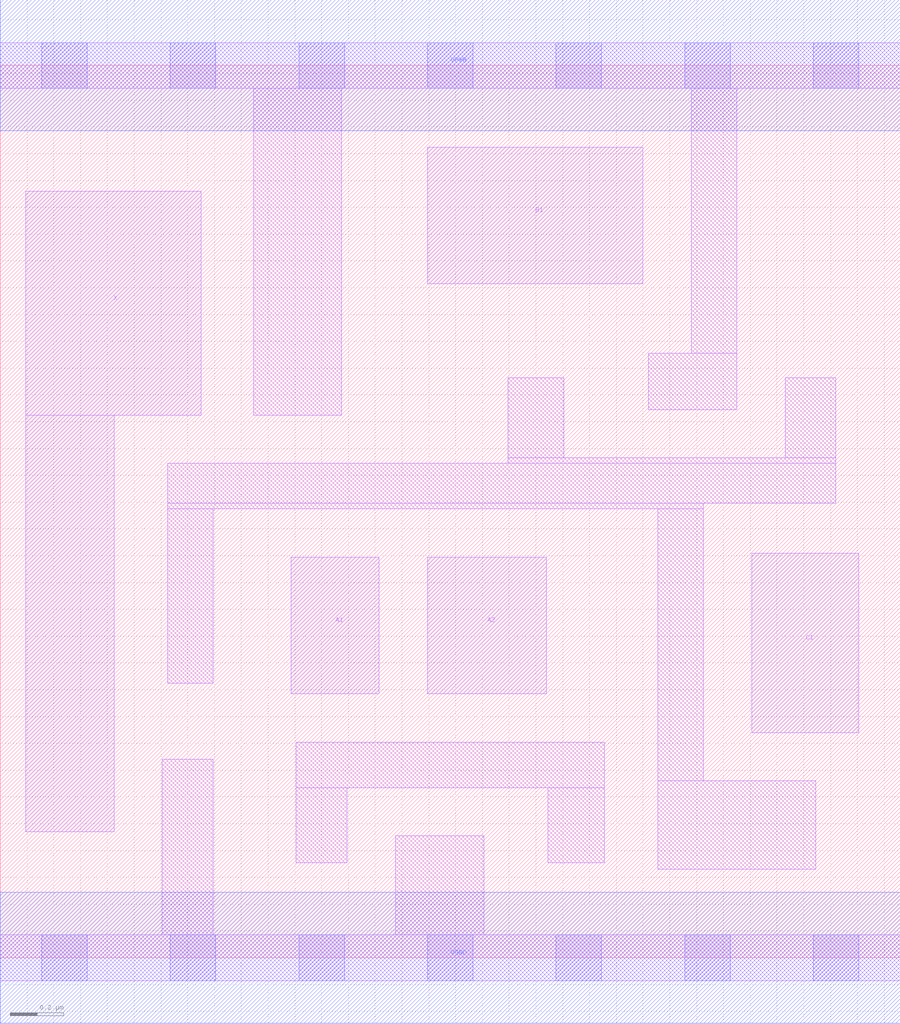
<source format=lef>
# Copyright 2020 The SkyWater PDK Authors
#
# Licensed under the Apache License, Version 2.0 (the "License");
# you may not use this file except in compliance with the License.
# You may obtain a copy of the License at
#
#     https://www.apache.org/licenses/LICENSE-2.0
#
# Unless required by applicable law or agreed to in writing, software
# distributed under the License is distributed on an "AS IS" BASIS,
# WITHOUT WARRANTIES OR CONDITIONS OF ANY KIND, either express or implied.
# See the License for the specific language governing permissions and
# limitations under the License.
#
# SPDX-License-Identifier: Apache-2.0

VERSION 5.7 ;
  NOWIREEXTENSIONATPIN ON ;
  DIVIDERCHAR "/" ;
  BUSBITCHARS "[]" ;
UNITS
  DATABASE MICRONS 200 ;
END UNITS
MACRO sky130_fd_sc_lp__o211a_m
  CLASS CORE ;
  FOREIGN sky130_fd_sc_lp__o211a_m ;
  ORIGIN  0.000000  0.000000 ;
  SIZE  3.360000 BY  3.330000 ;
  SYMMETRY X Y R90 ;
  SITE unit ;
  PIN A1
    ANTENNAGATEAREA  0.126000 ;
    DIRECTION INPUT ;
    USE SIGNAL ;
    PORT
      LAYER li1 ;
        RECT 1.085000 0.985000 1.415000 1.495000 ;
    END
  END A1
  PIN A2
    ANTENNAGATEAREA  0.126000 ;
    DIRECTION INPUT ;
    USE SIGNAL ;
    PORT
      LAYER li1 ;
        RECT 1.595000 0.985000 2.040000 1.495000 ;
    END
  END A2
  PIN B1
    ANTENNAGATEAREA  0.126000 ;
    DIRECTION INPUT ;
    USE SIGNAL ;
    PORT
      LAYER li1 ;
        RECT 1.595000 2.515000 2.400000 3.025000 ;
    END
  END B1
  PIN C1
    ANTENNAGATEAREA  0.126000 ;
    DIRECTION INPUT ;
    USE SIGNAL ;
    PORT
      LAYER li1 ;
        RECT 2.805000 0.840000 3.205000 1.510000 ;
    END
  END C1
  PIN X
    ANTENNADIFFAREA  0.222600 ;
    DIRECTION OUTPUT ;
    USE SIGNAL ;
    PORT
      LAYER li1 ;
        RECT 0.095000 0.470000 0.425000 2.025000 ;
        RECT 0.095000 2.025000 0.750000 2.860000 ;
    END
  END X
  PIN VGND
    DIRECTION INOUT ;
    USE GROUND ;
    PORT
      LAYER met1 ;
        RECT 0.000000 -0.245000 3.360000 0.245000 ;
    END
  END VGND
  PIN VPWR
    DIRECTION INOUT ;
    USE POWER ;
    PORT
      LAYER met1 ;
        RECT 0.000000 3.085000 3.360000 3.575000 ;
    END
  END VPWR
  OBS
    LAYER li1 ;
      RECT 0.000000 -0.085000 3.360000 0.085000 ;
      RECT 0.000000  3.245000 3.360000 3.415000 ;
      RECT 0.605000  0.085000 0.795000 0.740000 ;
      RECT 0.625000  1.025000 0.795000 1.675000 ;
      RECT 0.625000  1.675000 2.625000 1.695000 ;
      RECT 0.625000  1.695000 3.120000 1.845000 ;
      RECT 0.945000  2.025000 1.275000 3.245000 ;
      RECT 1.105000  0.355000 1.295000 0.635000 ;
      RECT 1.105000  0.635000 2.255000 0.805000 ;
      RECT 1.475000  0.085000 1.805000 0.455000 ;
      RECT 1.895000  1.845000 3.120000 1.865000 ;
      RECT 1.895000  1.865000 2.105000 2.165000 ;
      RECT 2.045000  0.355000 2.255000 0.635000 ;
      RECT 2.420000  2.045000 2.750000 2.255000 ;
      RECT 2.455000  0.330000 3.045000 0.660000 ;
      RECT 2.455000  0.660000 2.625000 1.675000 ;
      RECT 2.580000  2.255000 2.750000 3.245000 ;
      RECT 2.930000  1.865000 3.120000 2.165000 ;
    LAYER mcon ;
      RECT 0.155000 -0.085000 0.325000 0.085000 ;
      RECT 0.155000  3.245000 0.325000 3.415000 ;
      RECT 0.635000 -0.085000 0.805000 0.085000 ;
      RECT 0.635000  3.245000 0.805000 3.415000 ;
      RECT 1.115000 -0.085000 1.285000 0.085000 ;
      RECT 1.115000  3.245000 1.285000 3.415000 ;
      RECT 1.595000 -0.085000 1.765000 0.085000 ;
      RECT 1.595000  3.245000 1.765000 3.415000 ;
      RECT 2.075000 -0.085000 2.245000 0.085000 ;
      RECT 2.075000  3.245000 2.245000 3.415000 ;
      RECT 2.555000 -0.085000 2.725000 0.085000 ;
      RECT 2.555000  3.245000 2.725000 3.415000 ;
      RECT 3.035000 -0.085000 3.205000 0.085000 ;
      RECT 3.035000  3.245000 3.205000 3.415000 ;
  END
END sky130_fd_sc_lp__o211a_m
END LIBRARY

</source>
